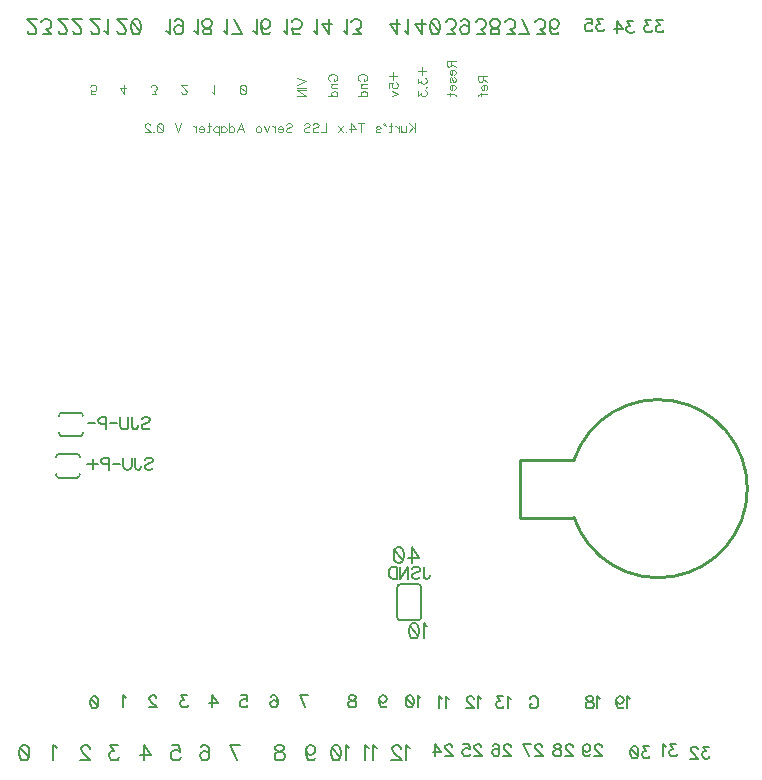
<source format=gbo>
G04 DipTrace 3.3.1.3*
G04 T4LSSArduinoShield.gbo*
%MOIN*%
G04 #@! TF.FileFunction,Legend,Bot*
G04 #@! TF.Part,Single*
%ADD10C,0.009843*%
%ADD21C,0.008*%
%ADD36C,0.006*%
%ADD131C,0.006176*%
%ADD132C,0.00772*%
%ADD133C,0.007*%
%ADD134C,0.004632*%
%FSLAX26Y26*%
G04*
G70*
G90*
G75*
G01*
G04 BotSilk*
%LPD*%
X606924Y1364330D2*
D21*
X669909D1*
X606924Y1443070D2*
G03X599043Y1431259I1971J-9850D01*
G01*
X677790D2*
G03X669909Y1443070I-9852J1961D01*
G01*
X677790Y1376141D2*
G02X669909Y1364330I-9852J-1961D01*
G01*
X606924D2*
G02X599043Y1376141I1971J9850D01*
G01*
X669909Y1443070D2*
X606924D1*
X616924Y1502330D2*
X679909D1*
X616924Y1581070D2*
G03X609043Y1569259I1971J-9850D01*
G01*
X687790D2*
G03X679909Y1581070I-9852J1961D01*
G01*
X687790Y1514141D2*
G02X679909Y1502330I-9852J-1961D01*
G01*
X616924D2*
G02X609043Y1514141I1971J9850D01*
G01*
X679909Y1581070D2*
X616924D1*
X1735700Y998704D2*
D36*
Y898696D1*
X1815700Y998704D2*
G03X1805700Y1008700I-9997J-1D01*
G01*
Y888700D2*
G03X1815700Y898696I3J9997D01*
G01*
X1745700Y888700D2*
G02X1735700Y898696I-3J9997D01*
G01*
Y998704D2*
G02X1745700Y1008700I9997J-1D01*
G01*
X1805700D1*
X1745700Y888700D2*
X1805700D1*
X1815700Y898696D2*
Y998704D1*
X2145039Y1424175D2*
D10*
Y1231225D1*
Y1424175D2*
X2325337D1*
X2145039Y1231225D2*
X2325337D1*
Y1424175D2*
G02X2325337Y1231225I280731J-96475D01*
G01*
X894108Y1424530D2*
D131*
X897910Y1428377D1*
X903658Y1430278D1*
X911308D1*
X917056Y1428377D1*
X920903Y1424530D1*
Y1420728D1*
X918957Y1416881D1*
X917056Y1414980D1*
X913253Y1413079D1*
X901757Y1409232D1*
X897910Y1407331D1*
X896009Y1405385D1*
X894108Y1401583D1*
Y1395834D1*
X897910Y1392032D1*
X903658Y1390086D1*
X911308D1*
X917056Y1392032D1*
X920903Y1395834D1*
X862611Y1430278D2*
Y1399681D1*
X864512Y1393933D1*
X866458Y1392032D1*
X870260Y1390086D1*
X874107D1*
X877910Y1392032D1*
X879811Y1393933D1*
X881756Y1399681D1*
Y1403484D1*
X850260Y1430278D2*
Y1401583D1*
X848358Y1395834D1*
X844512Y1392032D1*
X838764Y1390086D1*
X834961D1*
X829213Y1392032D1*
X825366Y1395834D1*
X823465Y1401583D1*
Y1430278D1*
X811114Y1410160D2*
X789006D1*
X776654Y1409232D2*
X759410D1*
X753707Y1411133D1*
X751761Y1413079D1*
X749860Y1416881D1*
Y1422629D1*
X751761Y1426432D1*
X753707Y1428377D1*
X759410Y1430278D1*
X776654D1*
Y1390086D1*
X720308Y1427382D2*
Y1392938D1*
X737508Y1410138D2*
X703064D1*
X883940Y1559530D2*
X887742Y1563377D1*
X893490Y1565278D1*
X901140D1*
X906888Y1563377D1*
X910734Y1559530D1*
Y1555728D1*
X908789Y1551881D1*
X906888Y1549980D1*
X903085Y1548079D1*
X891589Y1544232D1*
X887742Y1542331D1*
X885841Y1540385D1*
X883940Y1536583D1*
Y1530834D1*
X887742Y1527032D1*
X893490Y1525086D1*
X901140D1*
X906888Y1527032D1*
X910734Y1530834D1*
X852443Y1565278D2*
Y1534681D1*
X854344Y1528933D1*
X856290Y1527032D1*
X860092Y1525086D1*
X863939D1*
X867742Y1527032D1*
X869643Y1528933D1*
X871588Y1534681D1*
Y1538484D1*
X840092Y1565278D2*
Y1536583D1*
X838190Y1530834D1*
X834344Y1527032D1*
X828596Y1525086D1*
X824793D1*
X819045Y1527032D1*
X815198Y1530834D1*
X813297Y1536583D1*
Y1565278D1*
X800946Y1545160D2*
X778838D1*
X766486Y1544232D2*
X749242D1*
X743538Y1546133D1*
X741593Y1548079D1*
X739692Y1551881D1*
Y1557629D1*
X741593Y1561432D1*
X743538Y1563377D1*
X749242Y1565278D1*
X766486D1*
Y1525086D1*
X727340Y1545160D2*
X705232D1*
X1824846Y1067278D2*
Y1036681D1*
X1826748Y1030933D1*
X1828693Y1029032D1*
X1832496Y1027086D1*
X1836342D1*
X1840145Y1029032D1*
X1842046Y1030933D1*
X1843992Y1036681D1*
Y1040484D1*
X1785700Y1061530D2*
X1789503Y1065377D1*
X1795251Y1067278D1*
X1802900D1*
X1808648Y1065377D1*
X1812495Y1061530D1*
Y1057728D1*
X1810550Y1053881D1*
X1808648Y1051980D1*
X1804846Y1050079D1*
X1793350Y1046232D1*
X1789503Y1044331D1*
X1787602Y1042385D1*
X1785700Y1038583D1*
Y1032834D1*
X1789503Y1029032D1*
X1795251Y1027086D1*
X1802900D1*
X1808648Y1029032D1*
X1812495Y1032834D1*
X1746554Y1067278D2*
Y1027086D1*
X1773349Y1067278D1*
Y1027086D1*
X1734203Y1067278D2*
Y1027086D1*
X1720806D1*
X1715058Y1029032D1*
X1711211Y1032834D1*
X1709309Y1036681D1*
X1707408Y1042385D1*
Y1051980D1*
X1709309Y1057728D1*
X1711211Y1061530D1*
X1715058Y1065377D1*
X1720806Y1067278D1*
X1734203D1*
X495323Y472546D2*
D132*
X502509Y470169D1*
X507317Y462984D1*
X509694Y451046D1*
Y443861D1*
X507317Y431923D1*
X502509Y424737D1*
X495323Y422361D1*
X490570D1*
X483385Y424737D1*
X478632Y431923D1*
X476200Y443861D1*
Y451046D1*
X478632Y462984D1*
X483385Y470169D1*
X490570Y472546D1*
X495323D1*
X478632Y462984D2*
X507317Y431923D1*
X601694Y462984D2*
X596885Y465416D1*
X589700Y472546D1*
Y422361D1*
X710762Y460607D2*
Y462984D1*
X708385Y467792D1*
X706009Y470169D1*
X701200Y472546D1*
X691638D1*
X686885Y470169D1*
X684509Y467792D1*
X682077Y462984D1*
Y458231D1*
X684509Y453422D1*
X689262Y446293D1*
X713194Y422361D1*
X679700D1*
X803885Y472546D2*
X777632D1*
X791947Y453422D1*
X784762D1*
X780009Y451046D1*
X777632Y448669D1*
X775200Y441484D1*
Y436731D1*
X777632Y429546D1*
X782385Y424737D1*
X789570Y422361D1*
X796755D1*
X803885Y424737D1*
X806262Y427169D1*
X808694Y431923D1*
X890638Y422361D2*
Y472546D1*
X914570Y439108D1*
X878700D1*
X985009Y472546D2*
X1008885D1*
X1011262Y451046D1*
X1008885Y453422D1*
X1001700Y455854D1*
X994570D1*
X987385Y453422D1*
X982577Y448669D1*
X980200Y441484D1*
Y436731D1*
X982577Y429546D1*
X987385Y424737D1*
X994570Y422361D1*
X1001700D1*
X1008885Y424737D1*
X1011262Y427169D1*
X1013694Y431923D1*
X1081077Y465416D2*
X1083453Y470169D1*
X1090638Y472546D1*
X1095392D1*
X1102577Y470169D1*
X1107385Y462984D1*
X1109762Y451046D1*
Y439108D1*
X1107385Y429546D1*
X1102577Y424737D1*
X1095392Y422361D1*
X1093015D1*
X1085885Y424737D1*
X1081077Y429546D1*
X1078700Y436731D1*
Y439108D1*
X1081077Y446293D1*
X1085885Y451046D1*
X1093015Y453422D1*
X1095392D1*
X1102577Y451046D1*
X1107385Y446293D1*
X1109762Y439108D1*
X1203132Y422361D2*
X1179200Y472546D1*
X1212694D1*
X1349200D2*
X1356330Y470169D1*
X1358762Y465416D1*
Y460607D1*
X1356330Y455854D1*
X1351577Y453422D1*
X1342015Y451046D1*
X1334830Y448669D1*
X1330077Y443861D1*
X1327700Y439108D1*
Y431923D1*
X1330077Y427169D1*
X1332453Y424737D1*
X1339638Y422361D1*
X1349200D1*
X1356330Y424737D1*
X1358762Y427169D1*
X1361138Y431923D1*
Y439108D1*
X1358762Y443861D1*
X1353953Y448669D1*
X1346823Y451046D1*
X1337262Y453422D1*
X1332453Y455854D1*
X1330077Y460607D1*
Y465416D1*
X1332453Y470169D1*
X1339638Y472546D1*
X1349200D1*
X1431700Y455854D2*
X1434132Y448669D1*
X1438885Y443861D1*
X1446070Y441484D1*
X1448447D1*
X1455632Y443861D1*
X1460385Y448669D1*
X1462817Y455854D1*
Y458231D1*
X1460385Y465416D1*
X1455632Y470169D1*
X1448447Y472546D1*
X1446070D1*
X1438885Y470169D1*
X1434132Y465416D1*
X1431700Y455854D1*
Y443861D1*
X1434132Y431923D1*
X1438885Y424737D1*
X1446070Y422361D1*
X1450823D1*
X1458009Y424737D1*
X1460385Y429546D1*
X1576126Y462984D2*
X1571318Y465416D1*
X1564133Y472546D1*
Y422361D1*
X1534323Y472546D2*
X1541509Y470169D1*
X1546317Y462984D1*
X1548694Y451046D1*
Y443861D1*
X1546317Y431923D1*
X1541509Y424737D1*
X1534323Y422361D1*
X1529570D1*
X1522385Y424737D1*
X1517632Y431923D1*
X1515200Y443861D1*
Y451046D1*
X1517632Y462984D1*
X1522385Y470169D1*
X1529570Y472546D1*
X1534323D1*
X1517632Y462984D2*
X1546317Y431923D1*
X1667626Y462984D2*
X1662818Y465416D1*
X1655633Y472546D1*
Y422361D1*
X1640194Y462984D2*
X1635385Y465416D1*
X1628200Y472546D1*
Y422361D1*
X1777626Y462984D2*
X1772818Y465416D1*
X1765633Y472546D1*
Y422361D1*
X1747762Y460607D2*
Y462984D1*
X1745385Y467792D1*
X1743009Y470169D1*
X1738200Y472546D1*
X1728638D1*
X1723885Y470169D1*
X1721509Y467792D1*
X1719077Y462984D1*
Y458231D1*
X1721509Y453422D1*
X1726262Y446293D1*
X1750194Y422361D1*
X1716700D1*
X1557340Y2851954D2*
D133*
X1562149Y2849522D1*
X1569334Y2842392D1*
Y2892577D1*
X1588142Y2842392D2*
X1614395D1*
X1600081Y2861516D1*
X1607266Y2861515D1*
X1612019Y2863892D1*
X1614395Y2866269D1*
X1616827Y2873454D1*
Y2878207D1*
X1614395Y2885392D1*
X1609642Y2890200D1*
X1602457Y2892577D1*
X1595272D1*
X1588142Y2890200D1*
X1585766Y2887769D1*
X1583334Y2883015D1*
X2522744Y2886644D2*
D131*
X2501741D1*
X2513193Y2871345D1*
X2507445D1*
X2503643Y2869444D1*
X2501741Y2867543D1*
X2499796Y2861795D1*
Y2857992D1*
X2501741Y2852244D1*
X2505544Y2848397D1*
X2511292Y2846496D1*
X2517040D1*
X2522744Y2848397D1*
X2524645Y2850343D1*
X2526590Y2854145D1*
X2468299Y2846496D2*
Y2886644D1*
X2487444Y2859893D1*
X2458748D1*
X2422793Y2892694D2*
X2401790D1*
X2413242Y2877395D1*
X2407494D1*
X2403691Y2875494D1*
X2401790Y2873593D1*
X2399845Y2867845D1*
Y2864042D1*
X2401790Y2858294D1*
X2405593Y2854447D1*
X2411341Y2852546D1*
X2417089D1*
X2422793Y2854447D1*
X2424694Y2856393D1*
X2426639Y2860195D1*
X2364545Y2892694D2*
X2383647D1*
X2385548Y2875494D1*
X2383647Y2877395D1*
X2377898Y2879341D1*
X2372195D1*
X2366447Y2877395D1*
X2362600Y2873593D1*
X2360699Y2867845D1*
Y2864042D1*
X2362600Y2858294D1*
X2366447Y2854447D1*
X2372195Y2852546D1*
X2377898D1*
X2383647Y2854447D1*
X2385548Y2856393D1*
X2387493Y2860195D1*
X1457700Y2851954D2*
D133*
X1462508Y2849522D1*
X1469694Y2842392D1*
Y2892577D1*
X1507625D2*
Y2842392D1*
X1483694Y2875830D1*
X1519563D1*
X1357700Y2851954D2*
X1362508Y2849522D1*
X1369693Y2842392D1*
X1369694Y2892577D1*
X1412378Y2842392D2*
X1388502D1*
X1386125Y2863892D1*
X1388502Y2861516D1*
X1395687Y2859084D1*
X1402817D1*
X1410002Y2861515D1*
X1414810Y2866269D1*
X1417187Y2873454D1*
Y2878207D1*
X1414810Y2885392D1*
X1410002Y2890200D1*
X1402817Y2892577D1*
X1395687D1*
X1388502Y2890200D1*
X1386125Y2887769D1*
X1383693Y2883015D1*
X1255700Y2851954D2*
X1260509Y2849522D1*
X1267694Y2842392D1*
Y2892577D1*
X1310378Y2849522D2*
X1308002Y2844769D1*
X1300817Y2842392D1*
X1296064D1*
X1288879Y2844769D1*
X1284070Y2851954D1*
X1281694Y2863892D1*
Y2875830D1*
X1284070Y2885392D1*
X1288879Y2890200D1*
X1296064Y2892577D1*
X1298440D1*
X1305570Y2890200D1*
X1310378Y2885392D1*
X1312755Y2878207D1*
Y2875830D1*
X1310378Y2868645D1*
X1305570Y2863892D1*
X1298440Y2861516D1*
X1296064D1*
X1288879Y2863892D1*
X1284070Y2868645D1*
X1281694Y2875830D1*
X1157700Y2851954D2*
X1162508Y2849522D1*
X1169693Y2842392D1*
X1169694Y2892577D1*
X1193255D2*
X1217187Y2842392D1*
X1183693D1*
X1059700Y2851954D2*
X1064509Y2849522D1*
X1071694Y2842392D1*
Y2892577D1*
X1097632Y2842392D2*
X1090502Y2844769D1*
X1088070Y2849522D1*
Y2854330D1*
X1090502Y2859084D1*
X1095255Y2861516D1*
X1104817Y2863892D1*
X1112002Y2866269D1*
X1116755Y2871077D1*
X1119132Y2875830D1*
Y2883015D1*
X1116755Y2887769D1*
X1114378Y2890200D1*
X1107193Y2892577D1*
X1097632D1*
X1090502Y2890200D1*
X1088070Y2887769D1*
X1085694Y2883015D1*
Y2875830D1*
X1088070Y2871077D1*
X1092879Y2866269D1*
X1100008Y2863892D1*
X1109570Y2861515D1*
X1114378Y2859084D1*
X1116755Y2854330D1*
Y2849522D1*
X1114378Y2844769D1*
X1107193Y2842392D1*
X1097632D1*
X965700Y2851954D2*
X970508Y2849522D1*
X977693Y2842392D1*
Y2892577D1*
X1022810Y2859084D2*
X1020378Y2866269D1*
X1015625Y2871077D1*
X1008440Y2873454D1*
X1006063D1*
X998878Y2871077D1*
X994125Y2866269D1*
X991693Y2859084D1*
Y2856707D1*
X994125Y2849522D1*
X998878Y2844769D1*
X1006063Y2842392D1*
X1008440D1*
X1015625Y2844769D1*
X1020378Y2849522D1*
X1022810Y2859084D1*
Y2871077D1*
X1020378Y2883015D1*
X1015625Y2890200D1*
X1008440Y2892577D1*
X1003687D1*
X996502Y2890200D1*
X994125Y2885392D1*
X803132Y2854330D2*
Y2851954D1*
X805509Y2847145D1*
X807885Y2844769D1*
X812694Y2842392D1*
X822255D1*
X827008Y2844769D1*
X829385Y2847145D1*
X831817Y2851954D1*
Y2856707D1*
X829385Y2861516D1*
X824632Y2868645D1*
X800700Y2892577D1*
X834194D1*
X862563Y2842392D2*
X855378Y2844769D1*
X850570Y2851954D1*
X848193Y2863892D1*
Y2871077D1*
X850570Y2883015D1*
X855379Y2890200D1*
X862564Y2892577D1*
X867317D1*
X874502Y2890200D1*
X879255Y2883015D1*
X881687Y2871077D1*
Y2863892D1*
X879255Y2851954D1*
X874502Y2844769D1*
X867317Y2842392D1*
X862563D1*
X879255Y2851954D2*
X850570Y2883015D1*
X714632Y2854330D2*
Y2851954D1*
X717008Y2847145D1*
X719385Y2844769D1*
X724193Y2842392D1*
X733755D1*
X738508Y2844769D1*
X740885Y2847145D1*
X743317Y2851954D1*
Y2856707D1*
X740885Y2861516D1*
X736132Y2868645D1*
X712200Y2892577D1*
X745693D1*
X759693Y2851954D2*
X764502Y2849522D1*
X771687Y2842392D1*
Y2892577D1*
X607132Y2854330D2*
Y2851954D1*
X609509Y2847145D1*
X611885Y2844769D1*
X616694Y2842392D1*
X626255D1*
X631008Y2844769D1*
X633385Y2847145D1*
X635817Y2851954D1*
Y2856707D1*
X633385Y2861516D1*
X628632Y2868645D1*
X604700Y2892577D1*
X638194D1*
X654625Y2854330D2*
Y2851954D1*
X657002Y2847145D1*
X659378Y2844769D1*
X664187Y2842392D1*
X673749D1*
X678502Y2844769D1*
X680878Y2847145D1*
X683310Y2851954D1*
Y2856707D1*
X680878Y2861515D1*
X676125Y2868645D1*
X652194Y2892577D1*
X685687D1*
X504132Y2854330D2*
Y2851954D1*
X506509Y2847145D1*
X508885Y2844769D1*
X513694Y2842392D1*
X523255D1*
X528008Y2844769D1*
X530385Y2847145D1*
X532817Y2851954D1*
Y2856707D1*
X530385Y2861516D1*
X525632Y2868645D1*
X501700Y2892577D1*
X535194D1*
X554002Y2842392D2*
X580255D1*
X565940Y2861516D1*
X573125Y2861515D1*
X577878Y2863892D1*
X580255Y2866269D1*
X582687Y2873454D1*
Y2878207D1*
X580255Y2885392D1*
X575502Y2890200D1*
X568317Y2892577D1*
X561132D1*
X554002Y2890200D1*
X551625Y2887769D1*
X549193Y2883015D1*
X1794628Y2545422D2*
D134*
Y2515278D1*
X1774532Y2545422D2*
X1794628Y2525326D1*
X1787466Y2532523D2*
X1774532Y2515278D1*
X1765269Y2535374D2*
Y2521015D1*
X1763843Y2516738D1*
X1760958Y2515278D1*
X1756647D1*
X1753795Y2516738D1*
X1749484Y2521015D1*
Y2535374D2*
Y2515278D1*
X1740220Y2535374D2*
Y2515278D1*
Y2526752D2*
X1738761Y2531063D1*
X1735909Y2533948D1*
X1733024Y2535374D1*
X1728713D1*
X1715139Y2545422D2*
Y2521015D1*
X1713713Y2516738D1*
X1710828Y2515278D1*
X1707976D1*
X1719450Y2535374D2*
X1709402D1*
X1691516Y2545389D2*
X1698712Y2536767D1*
X1690090Y2543963D1*
X1691516Y2545389D1*
X1665042Y2531063D2*
X1666468Y2533948D1*
X1670779Y2535374D1*
X1675090D1*
X1679401Y2533948D1*
X1680827Y2531063D1*
X1679401Y2528211D1*
X1676516Y2526752D1*
X1669353Y2525326D1*
X1666468Y2523900D1*
X1665042Y2521015D1*
Y2519589D1*
X1666468Y2516738D1*
X1670779Y2515278D1*
X1675090D1*
X1679401Y2516738D1*
X1680827Y2519589D1*
X1616569Y2545422D2*
Y2515278D1*
X1626617Y2545422D2*
X1606521D1*
X1582899Y2515278D2*
Y2545389D1*
X1597258Y2525326D1*
X1575736D1*
X1565046Y2518163D2*
X1566472Y2516704D1*
X1565046Y2515278D1*
X1563587Y2516704D1*
X1565046Y2518163D1*
X1554324Y2535374D2*
X1538539Y2515278D1*
Y2535374D2*
X1554324Y2515278D1*
X1500115Y2545422D2*
Y2515278D1*
X1482904D1*
X1453544Y2541111D2*
X1456396Y2543996D1*
X1460707Y2545422D1*
X1466444D1*
X1470755Y2543996D1*
X1473640Y2541111D1*
Y2538259D1*
X1472181Y2535374D1*
X1470755Y2533948D1*
X1467903Y2532523D1*
X1459281Y2529637D1*
X1456396Y2528211D1*
X1454970Y2526752D1*
X1453544Y2523900D1*
Y2519589D1*
X1456396Y2516738D1*
X1460707Y2515278D1*
X1466444D1*
X1470755Y2516738D1*
X1473640Y2519589D1*
X1424185Y2541111D2*
X1427037Y2543996D1*
X1431348Y2545422D1*
X1437085D1*
X1441396Y2543996D1*
X1444281Y2541111D1*
Y2538259D1*
X1442822Y2535374D1*
X1441396Y2533948D1*
X1438544Y2532523D1*
X1429922Y2529637D1*
X1427037Y2528211D1*
X1425611Y2526752D1*
X1424185Y2523900D1*
Y2519589D1*
X1427037Y2516738D1*
X1431348Y2515278D1*
X1437085D1*
X1441396Y2516738D1*
X1444281Y2519589D1*
X1365665Y2541111D2*
X1368516Y2543996D1*
X1372827Y2545422D1*
X1378564D1*
X1382875Y2543996D1*
X1385761Y2541111D1*
Y2538259D1*
X1384301Y2535374D1*
X1382875Y2533948D1*
X1380024Y2532523D1*
X1371402Y2529637D1*
X1368516Y2528211D1*
X1367091Y2526752D1*
X1365665Y2523900D1*
Y2519589D1*
X1368516Y2516738D1*
X1372827Y2515278D1*
X1378564D1*
X1382875Y2516738D1*
X1385761Y2519589D1*
X1356401Y2526752D2*
X1339190D1*
Y2529637D1*
X1340616Y2532523D1*
X1342042Y2533948D1*
X1344927Y2535374D1*
X1349238D1*
X1352090Y2533948D1*
X1354975Y2531063D1*
X1356401Y2526752D1*
Y2523900D1*
X1354975Y2519589D1*
X1352090Y2516738D1*
X1349238Y2515278D1*
X1344927D1*
X1342042Y2516738D1*
X1339190Y2519589D1*
X1329927Y2535374D2*
Y2515278D1*
Y2526752D2*
X1328467Y2531063D1*
X1325616Y2533948D1*
X1322730Y2535374D1*
X1318419D1*
X1309156D2*
X1300534Y2515278D1*
X1291945Y2535374D1*
X1275518D2*
X1278370Y2533948D1*
X1281255Y2531063D1*
X1282681Y2526752D1*
Y2523900D1*
X1281255Y2519589D1*
X1278370Y2516738D1*
X1275518Y2515278D1*
X1271207D1*
X1268322Y2516738D1*
X1265470Y2519589D1*
X1264011Y2523900D1*
Y2526752D1*
X1265470Y2531063D1*
X1268322Y2533948D1*
X1271207Y2535374D1*
X1275518D1*
X1202606Y2515278D2*
X1214113Y2545422D1*
X1225587Y2515278D1*
X1221276Y2525326D2*
X1206917D1*
X1176132Y2545422D2*
Y2515278D1*
Y2531063D2*
X1178984Y2533948D1*
X1181869Y2535374D1*
X1186180D1*
X1189032Y2533948D1*
X1191917Y2531063D1*
X1193343Y2526752D1*
Y2523900D1*
X1191917Y2519589D1*
X1189032Y2516738D1*
X1186180Y2515278D1*
X1181869D1*
X1178984Y2516738D1*
X1176132Y2519589D1*
X1149657Y2535374D2*
Y2515278D1*
Y2531063D2*
X1152509Y2533948D1*
X1155394Y2535374D1*
X1159672D1*
X1162557Y2533948D1*
X1165409Y2531063D1*
X1166868Y2526752D1*
Y2523900D1*
X1165409Y2519589D1*
X1162557Y2516738D1*
X1159672Y2515278D1*
X1155394D1*
X1152509Y2516738D1*
X1149657Y2519589D1*
X1140394Y2535374D2*
Y2505230D1*
Y2531063D2*
X1137509Y2533915D1*
X1134657Y2535374D1*
X1130346D1*
X1127461Y2533915D1*
X1124609Y2531063D1*
X1123150Y2526752D1*
Y2523867D1*
X1124609Y2519589D1*
X1127461Y2516704D1*
X1130346Y2515278D1*
X1134657D1*
X1137509Y2516704D1*
X1140394Y2519589D1*
X1109575Y2545422D2*
Y2521015D1*
X1108149Y2516738D1*
X1105264Y2515278D1*
X1102412D1*
X1113886Y2535374D2*
X1103838D1*
X1093148Y2526752D2*
X1075938D1*
Y2529637D1*
X1077363Y2532523D1*
X1078789Y2533948D1*
X1081675Y2535374D1*
X1085986D1*
X1088837Y2533948D1*
X1091723Y2531063D1*
X1093148Y2526752D1*
Y2523900D1*
X1091723Y2519589D1*
X1088837Y2516738D1*
X1085986Y2515278D1*
X1081675D1*
X1078789Y2516738D1*
X1075938Y2519589D1*
X1066674Y2535374D2*
Y2515278D1*
Y2526752D2*
X1065215Y2531063D1*
X1062363Y2533948D1*
X1059478Y2535374D1*
X1055167D1*
X1016743Y2545422D2*
X1005269Y2515278D1*
X993795Y2545422D1*
X946749Y2545389D2*
X951060Y2543963D1*
X953945Y2539652D1*
X955371Y2532489D1*
Y2528178D1*
X953945Y2521015D1*
X951060Y2516704D1*
X946749Y2515278D1*
X943897D1*
X939586Y2516704D1*
X936734Y2521015D1*
X935275Y2528178D1*
Y2532489D1*
X936734Y2539652D1*
X939586Y2543963D1*
X943897Y2545389D1*
X946749D1*
X936734Y2539652D2*
X953945Y2521015D1*
X924585Y2518163D2*
X926011Y2516704D1*
X924585Y2515278D1*
X923126Y2516704D1*
X924585Y2518163D1*
X912403Y2538226D2*
Y2539652D1*
X910977Y2542537D1*
X909552Y2543963D1*
X906666Y2545389D1*
X900929D1*
X898078Y2543963D1*
X896652Y2542537D1*
X895192Y2539652D1*
Y2536800D1*
X896652Y2533915D1*
X899504Y2529637D1*
X913863Y2515278D1*
X893767D1*
X1919775Y466398D2*
D131*
Y468299D1*
X1917874Y472146D1*
X1915972Y474047D1*
X1912126Y475948D1*
X1904476D1*
X1900674Y474047D1*
X1898772Y472146D1*
X1896827Y468299D1*
Y464497D1*
X1898772Y460650D1*
X1902575Y454946D1*
X1921720Y435801D1*
X1894926D1*
X1863429D2*
Y475948D1*
X1882574Y449198D1*
X1853878D1*
X2016445Y466398D2*
Y468299D1*
X2014543Y472146D1*
X2012642Y474047D1*
X2008795Y475948D1*
X2001146D1*
X1997343Y474047D1*
X1995442Y472146D1*
X1993497Y468299D1*
Y464497D1*
X1995442Y460650D1*
X1999245Y454946D1*
X2018390Y435801D1*
X1991595D1*
X1956296Y475948D2*
X1975397D1*
X1977298Y458749D1*
X1975397Y460650D1*
X1969649Y462595D1*
X1963945D1*
X1958197Y460650D1*
X1954351Y456847D1*
X1952449Y451099D1*
Y447297D1*
X1954351Y441549D1*
X1958197Y437702D1*
X1963945Y435801D1*
X1969649D1*
X1975397Y437702D1*
X1977298Y439647D1*
X1979244Y443450D1*
X2113722Y466398D2*
Y468299D1*
X2111821Y472146D1*
X2109920Y474047D1*
X2106073Y475948D1*
X2098424D1*
X2094621Y474047D1*
X2092720Y472146D1*
X2090774Y468299D1*
Y464497D1*
X2092720Y460650D1*
X2096522Y454946D1*
X2115668Y435801D1*
X2088873D1*
X2053574Y470245D2*
X2055475Y474047D1*
X2061223Y475948D1*
X2065025D1*
X2070774Y474047D1*
X2074620Y468299D1*
X2076522Y458749D1*
Y449198D1*
X2074620Y441549D1*
X2070774Y437702D1*
X2065025Y435801D1*
X2063124D1*
X2057420Y437702D1*
X2053574Y441549D1*
X2051672Y447297D1*
Y449198D1*
X2053574Y454946D1*
X2057420Y458749D1*
X2063124Y460650D1*
X2065025D1*
X2070774Y458749D1*
X2074620Y454946D1*
X2076522Y449198D1*
X2218694Y466398D2*
Y468299D1*
X2216793Y472146D1*
X2214891Y474047D1*
X2211045Y475948D1*
X2203395D1*
X2199593Y474047D1*
X2197691Y472146D1*
X2195746Y468299D1*
Y464497D1*
X2197691Y460650D1*
X2201494Y454946D1*
X2220639Y435801D1*
X2193845D1*
X2173844D2*
X2154699Y475948D1*
X2181493D1*
X2320484Y466398D2*
Y468299D1*
X2318583Y472146D1*
X2316682Y474047D1*
X2312835Y475948D1*
X2305186D1*
X2301383Y474047D1*
X2299482Y472146D1*
X2297536Y468299D1*
Y464497D1*
X2299482Y460650D1*
X2303284Y454946D1*
X2322430Y435801D1*
X2295635D1*
X2273733Y475948D2*
X2279437Y474047D1*
X2281382Y470245D1*
Y466398D1*
X2279437Y462595D1*
X2275634Y460650D1*
X2267985Y458749D1*
X2262237Y456847D1*
X2258435Y453001D1*
X2256533Y449198D1*
Y443450D1*
X2258435Y439647D1*
X2260336Y437702D1*
X2266084Y435801D1*
X2273733D1*
X2279437Y437702D1*
X2281382Y439647D1*
X2283284Y443450D1*
Y449198D1*
X2281382Y453001D1*
X2277536Y456847D1*
X2271832Y458749D1*
X2264183Y460650D1*
X2260336Y462595D1*
X2258435Y466398D1*
Y470245D1*
X2260336Y474047D1*
X2266084Y475948D1*
X2273733D1*
X2416874Y466398D2*
Y468299D1*
X2414973Y472146D1*
X2413071Y474047D1*
X2409225Y475948D1*
X2401575D1*
X2397773Y474047D1*
X2395872Y472146D1*
X2393926Y468299D1*
Y464497D1*
X2395872Y460650D1*
X2399674Y454946D1*
X2418819Y435801D1*
X2392025D1*
X2354780Y462595D2*
X2356725Y456847D1*
X2360528Y453001D1*
X2366276Y451099D1*
X2368177D1*
X2373925Y453001D1*
X2377728Y456847D1*
X2379673Y462595D1*
Y464497D1*
X2377728Y470245D1*
X2373925Y474047D1*
X2368177Y475948D1*
X2366276D1*
X2360528Y474047D1*
X2356725Y470245D1*
X2354780Y462595D1*
Y453001D1*
X2356725Y443450D1*
X2360528Y437702D1*
X2366276Y435801D1*
X2370079D1*
X2375827Y437702D1*
X2377728Y441549D1*
X2574793Y468632D2*
X2553790D1*
X2565242Y453334D1*
X2559494D1*
X2555691Y451432D1*
X2553790Y449531D1*
X2551845Y443783D1*
Y439980D1*
X2553790Y434232D1*
X2557593Y430386D1*
X2563341Y428484D1*
X2569089D1*
X2574793Y430386D1*
X2576694Y432331D1*
X2578639Y436134D1*
X2527997Y468632D2*
X2533745Y466731D1*
X2537592Y460983D1*
X2539493Y451432D1*
Y445684D1*
X2537592Y436134D1*
X2533745Y430386D1*
X2527997Y428484D1*
X2524195D1*
X2518447Y430386D1*
X2514644Y436134D1*
X2512699Y445684D1*
Y451432D1*
X2514644Y460983D1*
X2518447Y466731D1*
X2524195Y468632D1*
X2527997D1*
X2514644Y460983D2*
X2537592Y436134D1*
X2666192Y475282D2*
X2645190D1*
X2656642Y459983D1*
X2650894D1*
X2647091Y458082D1*
X2645190Y456181D1*
X2643245Y450433D1*
Y446630D1*
X2645190Y440882D1*
X2648993Y437035D1*
X2654741Y435134D1*
X2660489D1*
X2666192Y437035D1*
X2668094Y438981D1*
X2670039Y442783D1*
X2630893Y467632D2*
X2627046Y469578D1*
X2621298Y475282D1*
Y435134D1*
X2774793Y467883D2*
X2753790D1*
X2765242Y452584D1*
X2759494D1*
X2755691Y450683D1*
X2753790Y448782D1*
X2751845Y443034D1*
Y439231D1*
X2753790Y433483D1*
X2757593Y429636D1*
X2763341Y427735D1*
X2769089D1*
X2774793Y429636D1*
X2776694Y431582D1*
X2778639Y435384D1*
X2737548Y458332D2*
Y460233D1*
X2735647Y464080D1*
X2733745Y465982D1*
X2729898Y467883D1*
X2722249D1*
X2718447Y465982D1*
X2716545Y464080D1*
X2714600Y460233D1*
Y456431D1*
X2716545Y452584D1*
X2720348Y446880D1*
X2739493Y427735D1*
X2712699D1*
X2620793Y2888694D2*
X2599790D1*
X2611242Y2873395D1*
X2605494D1*
X2601691Y2871494D1*
X2599790Y2869593D1*
X2597845Y2863845D1*
Y2860042D1*
X2599790Y2854294D1*
X2603593Y2850447D1*
X2609341Y2848546D1*
X2615089D1*
X2620793Y2850447D1*
X2622694Y2852393D1*
X2624639Y2856195D1*
X2581647Y2888694D2*
X2560644D1*
X2572096Y2873395D1*
X2566348D1*
X2562545Y2871494D1*
X2560644Y2869593D1*
X2558699Y2863845D1*
Y2860042D1*
X2560644Y2854294D1*
X2564447Y2850447D1*
X2570195Y2848546D1*
X2575943D1*
X2581647Y2850447D1*
X2583548Y2852393D1*
X2585493Y2856195D1*
X2201385Y2842392D2*
D133*
X2227638D1*
X2213324Y2861516D1*
X2220509D1*
X2225262Y2863892D1*
X2227638Y2866269D1*
X2230070Y2873454D1*
Y2878207D1*
X2227638Y2885392D1*
X2222885Y2890200D1*
X2215700Y2892577D1*
X2208515D1*
X2201385Y2890200D1*
X2199009Y2887769D1*
X2196577Y2883015D1*
X2272755Y2849522D2*
X2270378Y2844769D1*
X2263193Y2842392D1*
X2258440D1*
X2251255Y2844769D1*
X2246447Y2851954D1*
X2244070Y2863892D1*
Y2875830D1*
X2246447Y2885392D1*
X2251255Y2890200D1*
X2258440Y2892577D1*
X2260817D1*
X2267947Y2890200D1*
X2272755Y2885392D1*
X2275132Y2878207D1*
Y2875830D1*
X2272755Y2868645D1*
X2267947Y2863892D1*
X2260817Y2861516D1*
X2258440D1*
X2251255Y2863892D1*
X2246447Y2868645D1*
X2244070Y2875830D1*
X2100632Y2842392D2*
X2126885D1*
X2112570Y2861516D1*
X2119755D1*
X2124508Y2863892D1*
X2126885Y2866269D1*
X2129317Y2873454D1*
Y2878207D1*
X2126885Y2885392D1*
X2122132Y2890200D1*
X2114947Y2892577D1*
X2107762D1*
X2100632Y2890200D1*
X2098255Y2887769D1*
X2095824Y2883015D1*
X2152878Y2892577D2*
X2176810Y2842392D1*
X2143317D1*
X2002564D2*
X2028817D1*
X2014502Y2861516D1*
X2021687D1*
X2026440Y2863892D1*
X2028817Y2866269D1*
X2031249Y2873454D1*
Y2878207D1*
X2028817Y2885392D1*
X2024064Y2890200D1*
X2016879Y2892577D1*
X2009694D1*
X2002564Y2890200D1*
X2000187Y2887769D1*
X1997755Y2883015D1*
X2057187Y2842392D2*
X2050057Y2844769D1*
X2047625Y2849522D1*
Y2854330D1*
X2050057Y2859084D1*
X2054810Y2861516D1*
X2064372Y2863892D1*
X2071557Y2866269D1*
X2076310Y2871077D1*
X2078687Y2875830D1*
Y2883015D1*
X2076310Y2887769D1*
X2073934Y2890200D1*
X2066749Y2892577D1*
X2057187D1*
X2050057Y2890200D1*
X2047625Y2887769D1*
X2045249Y2883015D1*
Y2875830D1*
X2047625Y2871077D1*
X2052434Y2866269D1*
X2059564Y2863892D1*
X2069125Y2861515D1*
X2073934Y2859084D1*
X2076310Y2854330D1*
Y2849522D1*
X2073934Y2844769D1*
X2066749Y2842392D1*
X2057187D1*
X1902885D2*
X1929138D1*
X1914823Y2861516D1*
X1922008D1*
X1926762Y2863892D1*
X1929138Y2866269D1*
X1931570Y2873454D1*
Y2878207D1*
X1929138Y2885392D1*
X1924385Y2890200D1*
X1917200Y2892577D1*
X1910015D1*
X1902885Y2890200D1*
X1900509Y2887769D1*
X1898077Y2883015D1*
X1976687Y2859084D2*
X1974255Y2866269D1*
X1969502Y2871077D1*
X1962317Y2873454D1*
X1959940D1*
X1952755Y2871077D1*
X1948002Y2866269D1*
X1945570Y2859084D1*
Y2856707D1*
X1948002Y2849522D1*
X1952755Y2844769D1*
X1959940Y2842392D1*
X1962317D1*
X1969502Y2844769D1*
X1974255Y2849522D1*
X1976687Y2859084D1*
Y2871077D1*
X1974255Y2883015D1*
X1969502Y2890200D1*
X1962317Y2892577D1*
X1957564D1*
X1950379Y2890200D1*
X1948002Y2885392D1*
X1819255Y2892577D2*
Y2842392D1*
X1795324Y2875830D1*
X1831193D1*
X1859563Y2842392D2*
X1852378Y2844769D1*
X1847570Y2851954D1*
X1845193Y2863892D1*
Y2871077D1*
X1847570Y2883015D1*
X1852379Y2890200D1*
X1859564Y2892577D1*
X1864317D1*
X1871502Y2890200D1*
X1876255Y2883015D1*
X1878687Y2871077D1*
Y2863892D1*
X1876255Y2851954D1*
X1871502Y2844769D1*
X1864317Y2842392D1*
X1859563D1*
X1876255Y2851954D2*
X1847570Y2883015D1*
X1734755Y2892577D2*
Y2842392D1*
X1710823Y2875830D1*
X1746693D1*
X1760693Y2851954D2*
X1765502Y2849522D1*
X1772687Y2842392D1*
Y2892577D1*
X1836126Y868984D2*
D132*
X1831318Y871416D1*
X1824133Y878546D1*
Y828361D1*
X1794323Y878546D2*
X1801509Y876169D1*
X1806317Y868984D1*
X1808694Y857046D1*
Y849861D1*
X1806317Y837923D1*
X1801509Y830737D1*
X1794323Y828361D1*
X1789570D1*
X1782385Y830737D1*
X1777632Y837923D1*
X1775200Y849861D1*
Y857046D1*
X1777632Y868984D1*
X1782385Y876169D1*
X1789570Y878546D1*
X1794323D1*
X1777632Y868984D2*
X1806317Y837923D1*
X1785071Y1081361D2*
Y1131546D1*
X1809003Y1098108D1*
X1773133D1*
X1743323Y1131546D2*
X1750509Y1129169D1*
X1755317Y1121984D1*
X1757694Y1110046D1*
Y1102861D1*
X1755317Y1090923D1*
X1750509Y1083737D1*
X1743323Y1081361D1*
X1738570D1*
X1731385Y1083737D1*
X1726632Y1090923D1*
X1724200Y1102861D1*
Y1110046D1*
X1726632Y1121984D1*
X1731385Y1129169D1*
X1738570Y1131546D1*
X1743323D1*
X1726632Y1121984D2*
X1755317Y1090923D1*
X727727Y635448D2*
D131*
X733475Y633547D1*
X737322Y627799D1*
X739223Y618249D1*
Y612501D1*
X737322Y602950D1*
X733475Y597202D1*
X727727Y595301D1*
X723924D1*
X718176Y597202D1*
X714374Y602950D1*
X712428Y612501D1*
Y618249D1*
X714374Y627799D1*
X718176Y633547D1*
X723924Y635448D1*
X727727D1*
X714374Y627799D2*
X737322Y602950D1*
X831523Y630799D2*
X827676Y632745D1*
X821928Y638448D1*
Y598301D1*
X932777Y628898D2*
Y630799D1*
X930876Y634646D1*
X928975Y636547D1*
X925128Y638448D1*
X917479D1*
X913676Y636547D1*
X911775Y634646D1*
X909830Y630799D1*
Y626997D1*
X911775Y623150D1*
X915578Y617446D1*
X934723Y598301D1*
X907928D1*
X1118479D2*
Y638448D1*
X1137624Y611698D1*
X1108928D1*
X1215275Y638448D2*
X1234376D1*
X1236277Y621249D1*
X1234376Y623150D1*
X1228628Y625095D1*
X1222924D1*
X1217176Y623150D1*
X1213330Y619347D1*
X1211428Y613599D1*
Y609797D1*
X1213330Y604049D1*
X1217176Y600202D1*
X1222924Y598301D1*
X1228628D1*
X1234376Y600202D1*
X1236277Y602147D1*
X1238223Y605950D1*
X1314830Y632745D2*
X1316731Y636547D1*
X1322479Y638448D1*
X1326281D1*
X1332029Y636547D1*
X1335876Y630799D1*
X1337777Y621249D1*
Y611698D1*
X1335876Y604049D1*
X1332029Y600202D1*
X1326281Y598301D1*
X1324380D1*
X1318676Y600202D1*
X1314830Y604049D1*
X1312928Y609797D1*
Y611698D1*
X1314830Y617446D1*
X1318676Y621249D1*
X1324380Y623150D1*
X1326281D1*
X1332029Y621249D1*
X1335876Y617446D1*
X1337777Y611698D1*
X1429574Y598301D2*
X1410428Y638448D1*
X1437223D1*
X1035376D2*
X1014374D1*
X1025826Y623150D1*
X1020078D1*
X1016275Y621249D1*
X1014374Y619347D1*
X1012428Y613599D1*
Y609797D1*
X1014374Y604049D1*
X1018176Y600202D1*
X1023924Y598301D1*
X1029672D1*
X1035376Y600202D1*
X1037277Y602147D1*
X1039223Y605950D1*
X1590128Y638448D2*
X1595832Y636547D1*
X1597777Y632745D1*
Y628898D1*
X1595832Y625095D1*
X1592029Y623150D1*
X1584380Y621249D1*
X1578632Y619347D1*
X1574830Y615501D1*
X1572928Y611698D1*
Y605950D1*
X1574830Y602147D1*
X1576731Y600202D1*
X1582479Y598301D1*
X1590128D1*
X1595832Y600202D1*
X1597777Y602147D1*
X1599679Y605950D1*
Y611698D1*
X1597777Y615501D1*
X1593931Y619347D1*
X1588227Y621249D1*
X1580578Y623150D1*
X1576731Y625095D1*
X1574830Y628898D1*
Y632745D1*
X1576731Y636547D1*
X1582479Y638448D1*
X1590128D1*
X1675928Y625095D2*
X1677874Y619347D1*
X1681676Y615501D1*
X1687424Y613599D1*
X1689326D1*
X1695074Y615501D1*
X1698876Y619347D1*
X1700822Y625095D1*
Y626997D1*
X1698876Y632745D1*
X1695074Y636547D1*
X1689326Y638448D1*
X1687424D1*
X1681676Y636547D1*
X1677874Y632745D1*
X1675928Y625095D1*
Y615501D1*
X1677874Y605950D1*
X1681676Y600202D1*
X1687424Y598301D1*
X1691227D1*
X1696975Y600202D1*
X1698876Y604049D1*
X1813169Y630799D2*
X1809322Y632745D1*
X1803574Y638448D1*
Y598301D1*
X1779727Y638448D2*
X1785475Y636547D1*
X1789322Y630799D1*
X1791223Y621249D1*
Y615501D1*
X1789322Y605950D1*
X1785475Y600202D1*
X1779727Y598301D1*
X1775924D1*
X1770176Y600202D1*
X1766374Y605950D1*
X1764428Y615501D1*
Y621249D1*
X1766374Y630799D1*
X1770176Y636547D1*
X1775924Y638448D1*
X1779727D1*
X1766374Y630799D2*
X1789322Y605950D1*
X1906969Y627799D2*
X1903122Y629745D1*
X1897374Y635448D1*
Y595301D1*
X1885023Y627799D2*
X1881176Y629745D1*
X1875428Y635448D1*
Y595301D1*
X2014669Y627799D2*
X2010822Y629745D1*
X2005074Y635448D1*
Y595301D1*
X1990777Y625898D2*
Y627799D1*
X1988876Y631646D1*
X1986975Y633547D1*
X1983128Y635448D1*
X1975479D1*
X1971676Y633547D1*
X1969775Y631646D1*
X1967830Y627799D1*
Y623997D1*
X1969775Y620150D1*
X1973578Y614446D1*
X1992723Y595301D1*
X1965928D1*
X2113669Y627440D2*
X2109822Y629385D1*
X2104074Y635089D1*
Y594941D1*
X2087876Y635089D2*
X2066874D1*
X2078326Y619790D1*
X2072578D1*
X2068775Y617889D1*
X2066874Y615988D1*
X2064928Y610240D1*
Y606437D1*
X2066874Y600689D1*
X2070676Y596842D1*
X2076424Y594941D1*
X2082172D1*
X2087876Y596842D1*
X2089777Y598788D1*
X2091723Y602590D1*
X2176928Y625582D2*
X2178830Y629385D1*
X2182676Y633232D1*
X2186479Y635133D1*
X2194128D1*
X2197975Y633232D1*
X2201777Y629385D1*
X2203723Y625582D1*
X2205624Y619834D1*
Y610240D1*
X2203723Y604536D1*
X2201777Y600689D1*
X2197975Y596887D1*
X2194128Y594941D1*
X2186479D1*
X2182676Y596887D1*
X2178830Y600689D1*
X2176928Y604536D1*
Y610240D1*
X2186479D1*
X2412625Y627440D2*
X2408778Y629385D1*
X2403030Y635089D1*
Y594941D1*
X2381128Y635089D2*
X2386832Y633188D1*
X2388777Y629385D1*
Y625538D1*
X2386832Y621736D1*
X2383029Y619790D1*
X2375380Y617889D1*
X2369632Y615988D1*
X2365830Y612141D1*
X2363928Y608338D1*
Y602590D1*
X2365830Y598788D1*
X2367731Y596842D1*
X2373479Y594941D1*
X2381128D1*
X2386832Y596842D1*
X2388777Y598788D1*
X2390679Y602590D1*
Y608338D1*
X2388777Y612141D1*
X2384931Y615988D1*
X2379227Y617889D1*
X2371578Y619790D1*
X2367731Y621736D1*
X2365830Y625538D1*
Y629385D1*
X2367731Y633188D1*
X2373479Y635089D1*
X2381128D1*
X2512768Y627440D2*
X2508921Y629385D1*
X2503173Y635089D1*
Y594941D1*
X2465928Y621736D2*
X2467874Y615988D1*
X2471676Y612141D1*
X2477424Y610240D1*
X2479326D1*
X2485074Y612141D1*
X2488876Y615988D1*
X2490822Y621736D1*
Y623637D1*
X2488876Y629385D1*
X2485074Y633188D1*
X2479326Y635089D1*
X2477424D1*
X2471676Y633188D1*
X2467874Y629385D1*
X2465928Y621736D1*
Y612141D1*
X2467874Y602590D1*
X2471676Y596842D1*
X2477424Y594941D1*
X2481227D1*
X2486975Y596842D1*
X2488876Y600689D1*
X1915209Y2754226D2*
D134*
Y2741326D1*
X1913750Y2737015D1*
X1912324Y2735556D1*
X1909472Y2734130D1*
X1906587D1*
X1903735Y2735556D1*
X1902276Y2737015D1*
X1900850Y2741326D1*
Y2754226D1*
X1930994D1*
X1915209Y2744178D2*
X1930994Y2734130D1*
X1919520Y2724867D2*
Y2707656D1*
X1916635D1*
X1913750Y2709082D1*
X1912324Y2710508D1*
X1910898Y2713393D1*
Y2717704D1*
X1912324Y2720556D1*
X1915209Y2723441D1*
X1919520Y2724867D1*
X1922372D1*
X1926683Y2723441D1*
X1929535Y2720556D1*
X1930994Y2717704D1*
Y2713393D1*
X1929535Y2710508D1*
X1926683Y2707656D1*
X1915209Y2682607D2*
X1912324Y2684033D1*
X1910898Y2688344D1*
Y2692655D1*
X1912324Y2696966D1*
X1915209Y2698392D1*
X1918061Y2696966D1*
X1919520Y2694081D1*
X1920946Y2686918D1*
X1922372Y2684033D1*
X1925257Y2682607D1*
X1926683D1*
X1929535Y2684033D1*
X1930994Y2688344D1*
Y2692655D1*
X1929535Y2696966D1*
X1926683Y2698392D1*
X1919520Y2673344D2*
Y2656133D1*
X1916635D1*
X1913750Y2657559D1*
X1912324Y2658985D1*
X1910898Y2661870D1*
Y2666181D1*
X1912324Y2669033D1*
X1915209Y2671918D1*
X1919520Y2673344D1*
X1922372D1*
X1926683Y2671918D1*
X1929535Y2669033D1*
X1930994Y2666181D1*
Y2661870D1*
X1929535Y2658985D1*
X1926683Y2656133D1*
X1900850Y2642558D2*
X1925257D1*
X1929535Y2641132D1*
X1930994Y2638247D1*
Y2635395D1*
X1910898Y2646869D2*
Y2636821D1*
X1806022Y2719196D2*
X1831855D1*
X1818955Y2732096D2*
Y2706263D1*
X1803884Y2694114D2*
Y2678362D1*
X1815357Y2686951D1*
Y2682640D1*
X1816783Y2679788D1*
X1818209Y2678362D1*
X1822520Y2676903D1*
X1825372D1*
X1829683Y2678362D1*
X1832568Y2681214D1*
X1833994Y2685525D1*
Y2689836D1*
X1832568Y2694114D1*
X1831109Y2695540D1*
X1828257Y2696999D1*
X1831109Y2666214D2*
X1832568Y2667640D1*
X1833994Y2666214D1*
X1832568Y2664755D1*
X1831109Y2666214D1*
X1803883Y2652606D2*
Y2636854D1*
X1815357Y2645443D1*
Y2641132D1*
X1816783Y2638280D1*
X1818209Y2636854D1*
X1822520Y2635395D1*
X1825372D1*
X1829683Y2636854D1*
X1832568Y2639706D1*
X1833994Y2644017D1*
Y2648328D1*
X1832568Y2652606D1*
X1831109Y2654032D1*
X1828257Y2655491D1*
X1710022Y2704162D2*
X1735855D1*
X1722955Y2717062D2*
Y2691229D1*
X1707884Y2664755D2*
Y2679081D1*
X1720783Y2680507D1*
X1719357Y2679081D1*
X1717898Y2674770D1*
Y2670492D1*
X1719357Y2666181D1*
X1722209Y2663296D1*
X1726520Y2661870D1*
X1729372D1*
X1733683Y2663296D1*
X1736568Y2666181D1*
X1737994Y2670492D1*
Y2674770D1*
X1736568Y2679081D1*
X1735109Y2680507D1*
X1732257Y2681966D1*
X1717898Y2652606D2*
X1737994Y2643984D1*
X1717898Y2635395D1*
X1612013Y2686918D2*
X1609161Y2688344D1*
X1606276Y2691229D1*
X1604850Y2694081D1*
Y2699818D1*
X1606276Y2702703D1*
X1609161Y2705555D1*
X1612013Y2707014D1*
X1616324Y2708440D1*
X1623520D1*
X1627798Y2707014D1*
X1630683Y2705555D1*
X1633535Y2702703D1*
X1634994Y2699818D1*
Y2694081D1*
X1633535Y2691229D1*
X1630683Y2688344D1*
X1627798Y2686918D1*
X1623520D1*
Y2694081D1*
X1614898Y2677655D2*
X1634994D1*
X1620635D2*
X1616324Y2673344D1*
X1614898Y2670459D1*
Y2666181D1*
X1616324Y2663296D1*
X1620635Y2661870D1*
X1634994D1*
X1604850Y2635395D2*
X1634994D1*
X1619209D2*
X1616324Y2638247D1*
X1614898Y2641132D1*
Y2645443D1*
X1616324Y2648295D1*
X1619209Y2651180D1*
X1623520Y2652606D1*
X1626372D1*
X1630683Y2651180D1*
X1633535Y2648295D1*
X1634994Y2645443D1*
Y2641132D1*
X1633535Y2638247D1*
X1630683Y2635395D1*
X1513013Y2686918D2*
X1510161Y2688344D1*
X1507276Y2691229D1*
X1505850Y2694081D1*
Y2699818D1*
X1507276Y2702703D1*
X1510161Y2705555D1*
X1513013Y2707014D1*
X1517324Y2708440D1*
X1524520D1*
X1528798Y2707014D1*
X1531683Y2705555D1*
X1534535Y2702703D1*
X1535994Y2699818D1*
Y2694081D1*
X1534535Y2691229D1*
X1531683Y2688344D1*
X1528798Y2686918D1*
X1524520D1*
Y2694081D1*
X1515898Y2677655D2*
X1535994D1*
X1521635D2*
X1517324Y2673344D1*
X1515898Y2670459D1*
Y2666181D1*
X1517324Y2663296D1*
X1521635Y2661870D1*
X1535994D1*
X1505850Y2635395D2*
X1535994D1*
X1520209D2*
X1517324Y2638247D1*
X1515898Y2641132D1*
Y2645443D1*
X1517324Y2648295D1*
X1520209Y2651180D1*
X1524520Y2652606D1*
X1527372D1*
X1531683Y2651180D1*
X1534535Y2648295D1*
X1535994Y2645443D1*
Y2641132D1*
X1534535Y2638247D1*
X1531683Y2635395D1*
X1401850Y2696966D2*
X1431994Y2685492D1*
X1401850Y2674018D1*
Y2664755D2*
X1431994D1*
X1401850Y2635395D2*
X1431994D1*
X1401850Y2655491D1*
X1431994D1*
X1220304Y2643288D2*
X1215993Y2644714D1*
X1213108Y2649025D1*
X1211682Y2656188D1*
Y2660499D1*
X1213108Y2667662D1*
X1215993Y2671973D1*
X1220304Y2673399D1*
X1223156D1*
X1227467Y2671973D1*
X1230319Y2667662D1*
X1231778Y2660499D1*
Y2656188D1*
X1230319Y2649025D1*
X1227467Y2644714D1*
X1223156Y2643288D1*
X1220304D1*
X1230319Y2649025D2*
X1213108Y2667662D1*
X1119131Y2649025D2*
X1122017Y2647566D1*
X1126328Y2643288D1*
Y2673398D1*
X1016691Y2650451D2*
Y2649025D1*
X1018117Y2646140D1*
X1019543Y2644714D1*
X1022428Y2643288D1*
X1028165D1*
X1031017Y2644714D1*
X1032442Y2646140D1*
X1033902Y2649025D1*
Y2651877D1*
X1032442Y2654762D1*
X1029591Y2659039D1*
X1015232Y2673399D1*
X1035328Y2673398D1*
X917117Y2643288D2*
X932868D1*
X924280Y2654762D1*
X928591D1*
X931442Y2656188D1*
X932868Y2657614D1*
X934328Y2661925D1*
Y2664776D1*
X932868Y2669087D1*
X930017Y2671973D1*
X925706Y2673399D1*
X921395D1*
X917117Y2671973D1*
X915691Y2670513D1*
X914232Y2667662D1*
X826165Y2673399D2*
Y2643288D1*
X811806Y2663351D1*
X833328Y2663350D1*
X729442Y2643288D2*
X715117D1*
X713691Y2656188D1*
X715117Y2654762D1*
X719428Y2653303D1*
X723706D1*
X728017Y2654762D1*
X730902Y2657614D1*
X732328Y2661925D1*
Y2664776D1*
X730902Y2669087D1*
X728017Y2671973D1*
X723706Y2673399D1*
X719428D1*
X715117Y2671973D1*
X713691Y2670513D1*
X712232Y2667662D1*
X2020209Y2702703D2*
Y2689803D1*
X2018750Y2685492D1*
X2017324Y2684033D1*
X2014472Y2682607D1*
X2011587D1*
X2008735Y2684033D1*
X2007276Y2685492D1*
X2005850Y2689803D1*
Y2702703D1*
X2035994D1*
X2020209Y2692655D2*
X2035994Y2682607D1*
X2024520Y2673344D2*
Y2656133D1*
X2021635D1*
X2018750Y2657559D1*
X2017324Y2658985D1*
X2015898Y2661870D1*
Y2666181D1*
X2017324Y2669033D1*
X2020209Y2671918D1*
X2024520Y2673344D1*
X2027372D1*
X2031683Y2671918D1*
X2034535Y2669033D1*
X2035994Y2666181D1*
Y2661870D1*
X2034535Y2658985D1*
X2031683Y2656133D1*
X2005850Y2635395D2*
Y2638247D1*
X2007276Y2641132D1*
X2011587Y2642558D1*
X2035994D1*
X2015898Y2646869D2*
Y2636821D1*
M02*

</source>
